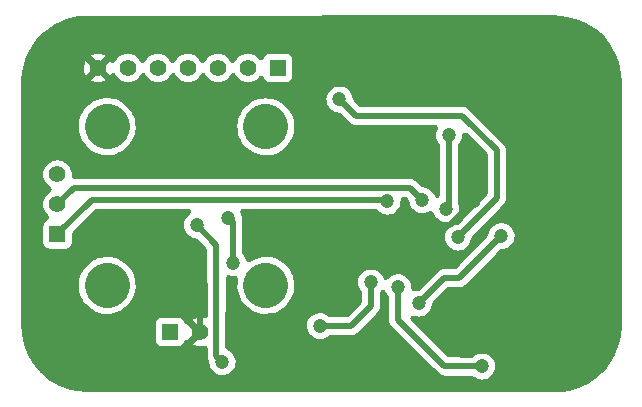
<source format=gbl>
G04 ( created by brdgerber.py ( brdgerber.py v0.1 2014-03-12 ) ) date 2020-11-08 23:19:47 EST*
G04 Gerber Fmt 3.4, Leading zero omitted, Abs format*
%MOIN*%
%FSLAX34Y34*%
G01*
G70*
G90*
G04 APERTURE LIST*
%ADD20C,0.1500*%
%ADD23C,0.0059*%
%ADD11C,0.0000*%
%ADD24C,0.0472*%
%ADD21R,0.0629X0.0709*%
%ADD19R,0.0472X0.0275*%
%ADD17C,0.0120*%
%ADD15R,0.0550X0.0550*%
%ADD14C,0.0050*%
%ADD13C,0.0020*%
%ADD12C,0.0060*%
%ADD25C,0.0100*%
%ADD16C,0.0550*%
%ADD22C,0.0200*%
%ADD10R,0.0260X0.0800*%
%ADD18R,0.0709X0.0629*%
G04 APERTURE END LIST*
G54D20*
D15*
X02750Y22550D03*
D16*
X01750Y22550D03*
D16*
X00750Y22550D03*
D16*
X-00250Y22550D03*
D16*
X-01250Y22550D03*
D16*
X-02250Y22550D03*
D16*
X-03250Y22550D03*
D20*
G01X-02945Y15305D02*
G01X-02945Y15305D01*
D20*
G01X02345Y15305D02*
G01X02345Y15305D01*
D20*
G01X02345Y20595D02*
G01X02345Y20595D01*
D20*
G01X-02945Y20595D02*
G01X-02945Y20595D01*
D15*
X-00850Y13750D03*
D16*
X00150Y13750D03*
D15*
X-04600Y17000D03*
D16*
X-04600Y18000D03*
D16*
X-04600Y19000D03*
D24*
X09300Y18100D03*
D22*
G01X09300Y18100D02*
G01X08500Y17300D01*
D22*
G01X08500Y17300D02*
G01X04400Y17300D01*
D22*
G01X04400Y17300D02*
G01X04300Y17400D01*
D24*
X04300Y17400D03*
D24*
X01250Y13750D03*
D22*
G01X01250Y13750D02*
G01X01450Y13950D01*
D22*
G01X01450Y13950D02*
G01X03150Y13950D01*
D22*
G01X03150Y13950D02*
G01X04300Y15100D01*
D22*
G01X04300Y15100D02*
G01X04300Y17400D01*
D24*
X06400Y18100D03*
D22*
G01X06400Y18100D02*
G01X06350Y18150D01*
D22*
G01X06350Y18150D02*
G01X-03450Y18150D01*
D22*
G01X-03450Y18150D02*
G01X-04600Y17000D01*
D24*
X07550Y18150D03*
D22*
G01X07550Y18150D02*
G01X07150Y18550D01*
D22*
G01X07150Y18550D02*
G01X-04050Y18550D01*
D22*
G01X-04050Y18550D02*
G01X-04600Y18000D01*
D24*
X04150Y13950D03*
D22*
G01X04150Y13950D02*
G01X05200Y13950D01*
D24*
X-01350Y17400D03*
D22*
G01X-01350Y17400D02*
G01X-01350Y15850D01*
D22*
G01X-01350Y15850D02*
G01X00150Y14350D01*
D22*
G01X00150Y14350D02*
G01X00150Y13750D01*
D24*
X07450Y14700D03*
D22*
G01X07450Y14700D02*
G01X08300Y15550D01*
D22*
G01X08300Y15550D02*
G01X08800Y15550D01*
D22*
G01X08800Y15550D02*
G01X10200Y16950D01*
D24*
X10200Y16950D03*
D24*
X08350Y17850D03*
D22*
G01X08350Y17850D02*
G01X08450Y17950D01*
D22*
G01X08450Y17950D02*
G01X08450Y20300D01*
D24*
X08450Y20300D03*
D24*
X08750Y16900D03*
D22*
G01X08750Y16900D02*
G01X10050Y18200D01*
D22*
G01X10050Y18200D02*
G01X10050Y19800D01*
D22*
G01X10050Y19800D02*
G01X08900Y20950D01*
D22*
G01X08900Y20950D02*
G01X05350Y20950D01*
D22*
G01X05350Y20950D02*
G01X04800Y21500D01*
D24*
X04800Y21500D03*
D24*
X07250Y22500D03*
D22*
G01X07250Y22500D02*
G01X07350Y22600D01*
D22*
G01X07350Y22600D02*
G01X09450Y22600D01*
D22*
G01X09450Y22600D02*
G01X10150Y21900D01*
D22*
G01X10150Y21900D02*
G01X10150Y21150D01*
D24*
X10150Y21150D03*
D24*
X06750Y15250D03*
D22*
G01X06750Y15250D02*
G01X06750Y14150D01*
D22*
G01X06750Y14150D02*
G01X08300Y12600D01*
D22*
G01X08300Y12600D02*
G01X09550Y12600D01*
D24*
X09550Y12600D03*
D24*
X05850Y15400D03*
D22*
G01X05850Y15400D02*
G01X05850Y14600D01*
D22*
G01X05850Y14600D02*
G01X05200Y13950D01*
D24*
X00900Y12750D03*
D22*
G01X00900Y12750D02*
G01X00700Y12950D01*
D22*
G01X00700Y12950D02*
G01X00700Y16650D01*
D22*
G01X00700Y16650D02*
G01X00050Y17300D01*
D24*
X00050Y17300D03*
D24*
X01250Y16050D03*
D22*
G01X01250Y16050D02*
G01X01250Y17400D01*
D22*
G01X01250Y17400D02*
G01X01100Y17550D01*
D24*
X01100Y17550D03*
G36*
G01X12246Y11814D02*
G01X10679Y16875D01*
G01X10659Y16792D01*
G01X10620Y16705D01*
G01X10577Y16643D01*
G01X10513Y16578D01*
G01X10454Y16535D01*
G01X10374Y16496D01*
G01X10291Y16473D01*
G01X10211Y16465D01*
G01X09051Y15305D01*
G01X08990Y15256D01*
G01X08901Y15217D01*
G01X08803Y15200D01*
G01X08462Y15202D01*
G01X08433Y15192D01*
G01X07938Y14691D01*
G01X07909Y14542D01*
G01X07870Y14455D01*
G01X07827Y14393D01*
G01X07763Y14328D01*
G01X07704Y14285D01*
G01X07624Y14246D01*
G01X07540Y14223D01*
G01X07436Y14214D01*
G01X07353Y14225D01*
G01X07276Y14248D01*
G01X07249Y14249D01*
G01X07226Y14236D01*
G01X07213Y14214D01*
G01X07213Y14187D01*
G01X07226Y14165D01*
G01X08444Y12954D01*
G01X09213Y12951D01*
G01X09269Y12997D01*
G01X09332Y13034D01*
G01X09425Y13069D01*
G01X09501Y13083D01*
G01X09607Y13082D01*
G01X09691Y13065D01*
G01X09772Y13033D01*
G01X09842Y12988D01*
G01X09907Y12929D01*
G01X09955Y12869D01*
G01X09997Y12791D01*
G01X10023Y12712D01*
G01X10035Y12625D01*
G01X10029Y12525D01*
G01X10009Y12443D01*
G01X09970Y12355D01*
G01X09927Y12293D01*
G01X09863Y12228D01*
G01X09804Y12185D01*
G01X09724Y12146D01*
G01X09640Y12123D01*
G01X09536Y12114D01*
G01X00886Y12264D01*
G01X00803Y12275D01*
G01X00709Y12303D01*
G01X00643Y12338D01*
G01X00571Y12392D01*
G01X-01123Y13225D01*
G01X-01200Y13237D01*
G01X-01274Y13275D01*
G01X-01325Y13326D01*
G01X-01363Y13400D01*
G01X-02949Y14305D01*
G01X-03086Y14316D01*
G01X-03185Y14335D01*
G01X-03292Y14368D01*
G01X-03389Y14409D01*
G01X-03479Y14461D01*
G01X-03582Y14535D01*
G01X-03682Y14629D01*
G01X-03754Y14718D01*
G01X-03817Y14816D01*
G01X-03866Y14916D01*
G01X-03900Y15012D01*
G01X-03926Y15118D01*
G01X-03941Y15227D01*
G01X-03940Y15391D01*
G01X-03926Y15502D01*
G01X-03900Y15601D01*
G01X-03863Y15700D01*
G01X-03806Y15813D01*
G01X-03735Y15918D01*
G01X-03645Y16018D01*
G01X-03547Y16103D01*
G01X-03452Y16167D01*
G01X-03352Y16218D01*
G01X-03252Y16257D01*
G01X-03151Y16284D01*
G01X-03050Y16300D01*
G01X-02855Y16302D01*
G01X-02647Y16260D01*
G01X-02552Y16225D01*
G01X-02451Y16175D01*
G01X-02355Y16113D01*
G01X-02268Y16041D01*
G01X-02150Y15912D01*
G01X-02083Y15814D01*
G01X-02037Y15724D01*
G01X-01996Y15620D01*
G01X-01967Y15517D01*
G01X-01951Y15418D01*
G01X-01948Y15230D01*
G01X-01987Y15017D01*
G01X-02023Y14917D01*
G01X-02070Y14820D01*
G01X-02133Y14721D01*
G01X-02212Y14626D01*
G01X-02319Y14526D01*
G01X-02432Y14447D01*
G01X-02532Y14395D01*
G01X-02637Y14354D01*
G01X-02738Y14327D01*
G01X-02841Y14311D01*
G01X-02949Y14305D01*
G01X-01363Y13400D01*
G01X-01375Y13475D01*
G01X-01375Y14025D01*
G01X-01363Y14100D01*
G01X-01325Y14174D01*
G01X-01274Y14225D01*
G01X-01200Y14263D01*
G01X-01123Y14275D01*
G01X-00577Y14275D01*
G01X-00500Y14263D01*
G01X-00426Y14225D01*
G01X-00375Y14174D01*
G01X-00319Y14074D01*
G01X-00297Y14065D01*
G01X-00273Y14068D01*
G01X-00256Y14085D01*
G01X00079Y13750D01*
G01X-00256Y13415D01*
G01X-00272Y13432D01*
G01X-00296Y13435D01*
G01X-00318Y13426D01*
G01X-00375Y13326D01*
G01X-00426Y13275D01*
G01X-00500Y13237D01*
G01X-00577Y13225D01*
G01X-01123Y13225D01*
G01X00571Y12392D01*
G01X00518Y12449D01*
G01X00474Y12517D01*
G01X00436Y12605D01*
G01X00411Y12754D01*
G01X00369Y12835D01*
G01X00354Y12900D01*
G01X00354Y13199D01*
G01X00341Y13233D01*
G01X00309Y13249D01*
G01X00243Y13234D01*
G01X00136Y13225D01*
G01X00048Y13236D01*
G01X-00040Y13261D01*
G01X-00131Y13307D01*
G01X-00184Y13346D01*
G01X00185Y13715D01*
G01X00150Y13750D01*
G01X00185Y13785D01*
G01X-00184Y14155D01*
G01X-00121Y14201D01*
G01X-00033Y14242D01*
G01X00057Y14266D01*
G01X00164Y14275D01*
G01X00290Y14254D01*
G01X00325Y14257D01*
G01X00350Y14284D01*
G01X00346Y16510D01*
G01X00046Y16809D01*
G01X-00047Y16825D01*
G01X-00141Y16853D01*
G01X-00207Y16888D01*
G01X-00279Y16942D01*
G01X-00330Y16997D01*
G01X-00376Y17067D01*
G01X-00413Y17152D01*
G01X-00431Y17233D01*
G01X-00435Y17339D01*
G01X-00421Y17420D01*
G01X-00391Y17506D01*
G01X-00351Y17573D01*
G01X-00296Y17640D01*
G01X-00192Y17727D01*
G01X-00185Y17752D01*
G01X-00192Y17777D01*
G01X-00210Y17795D01*
G01X-00235Y17802D01*
G01X-03312Y17795D01*
G01X-04070Y17033D01*
G01X-04075Y16725D01*
G01X-04087Y16650D01*
G01X-04125Y16576D01*
G01X-04176Y16525D01*
G01X-04250Y16487D01*
G01X-04327Y16475D01*
G01X-04873Y16475D01*
G01X-04950Y16487D01*
G01X-05024Y16525D01*
G01X-05075Y16576D01*
G01X-05113Y16650D01*
G01X-05125Y16725D01*
G01X-05125Y17275D01*
G01X-05112Y17351D01*
G01X-05075Y17424D01*
G01X-05024Y17475D01*
G01X-04930Y17528D01*
G01X-04919Y17566D01*
G01X-04940Y17600D01*
G01X-05030Y17699D01*
G01X-05079Y17785D01*
G01X-05104Y17853D01*
G01X-05122Y17948D01*
G01X-05121Y18062D01*
G01X-05100Y18161D01*
G01X-05075Y18223D01*
G01X-05024Y18309D01*
G01X-04935Y18404D01*
G01X-04859Y18456D01*
G01X-04832Y18490D01*
G01X-04832Y18512D01*
G01X-04859Y18546D01*
G01X-04948Y18606D01*
G01X-05030Y18699D01*
G01X-05077Y18781D01*
G01X-05104Y18853D01*
G01X-05122Y18950D01*
G01X-05121Y19062D01*
G01X-05100Y19161D01*
G01X-05075Y19223D01*
G01X-05024Y19309D01*
G01X-04935Y19404D01*
G01X-04871Y19451D01*
G01X-04783Y19492D01*
G01X-03938Y20714D01*
G01X-03921Y20812D01*
G01X-03890Y20920D01*
G01X-03852Y21015D01*
G01X-03803Y21108D01*
G01X-03727Y22331D01*
G01X-03754Y22403D01*
G01X-03772Y22499D01*
G01X-03771Y22612D01*
G01X-03750Y22711D01*
G01X-03725Y22773D01*
G01X-03674Y22859D01*
G01X-03653Y22882D01*
G01X-03250Y22621D01*
G01X-02847Y22882D01*
G01X-02820Y22851D01*
G01X-02793Y22804D01*
G01X-02761Y22780D01*
G01X-02721Y22788D01*
G01X-02674Y22859D01*
G01X-02585Y22954D01*
G01X-02521Y23001D01*
G01X-02433Y23042D01*
G01X-02343Y23066D01*
G01X-02236Y23075D01*
G01X-02148Y23064D01*
G01X-02060Y23039D01*
G01X-01969Y22993D01*
G01X-01902Y22944D01*
G01X-01820Y22851D01*
G01X-01793Y22804D01*
G01X-01761Y22780D01*
G01X-01721Y22788D01*
G01X-01674Y22859D01*
G01X-01585Y22954D01*
G01X-01521Y23001D01*
G01X-01433Y23042D01*
G01X-01343Y23066D01*
G01X-01236Y23075D01*
G01X-01148Y23064D01*
G01X-01060Y23039D01*
G01X-00969Y22993D01*
G01X-00902Y22944D01*
G01X-00820Y22851D01*
G01X-00793Y22804D01*
G01X-00761Y22780D01*
G01X-00721Y22788D01*
G01X-00674Y22859D01*
G01X-00585Y22954D01*
G01X-00521Y23001D01*
G01X-00433Y23042D01*
G01X-00343Y23066D01*
G01X-00236Y23075D01*
G01X-00148Y23064D01*
G01X-00060Y23039D01*
G01X00031Y22993D01*
G01X00098Y22944D01*
G01X00180Y22851D01*
G01X00207Y22804D01*
G01X00239Y22780D01*
G01X00279Y22788D01*
G01X00326Y22859D01*
G01X00415Y22954D01*
G01X00479Y23001D01*
G01X00567Y23042D01*
G01X00657Y23066D01*
G01X00764Y23075D01*
G01X00852Y23064D01*
G01X00940Y23039D01*
G01X01031Y22993D01*
G01X01098Y22944D01*
G01X01180Y22851D01*
G01X01207Y22804D01*
G01X01239Y22780D01*
G01X01279Y22788D01*
G01X01326Y22859D01*
G01X01415Y22954D01*
G01X01479Y23001D01*
G01X01567Y23042D01*
G01X01657Y23066D01*
G01X01764Y23075D01*
G01X01852Y23064D01*
G01X01940Y23039D01*
G01X02031Y22993D01*
G01X02098Y22944D01*
G01X02172Y22868D01*
G01X02196Y22865D01*
G01X02218Y22874D01*
G01X02275Y22974D01*
G01X02326Y23025D01*
G01X02400Y23063D01*
G01X02477Y23075D01*
G01X03023Y23075D01*
G01X03100Y23063D01*
G01X03174Y23025D01*
G01X03225Y22974D01*
G01X03263Y22900D01*
G01X03275Y22825D01*
G01X03275Y22275D01*
G01X03263Y22200D01*
G01X03225Y22126D01*
G01X03174Y22075D01*
G01X03143Y21197D01*
G01X03209Y21096D01*
G01X03260Y20996D01*
G01X03298Y20896D01*
G01X03325Y20793D01*
G01X03340Y20693D01*
G01X03342Y20523D01*
G01X03328Y20417D01*
G01X03302Y20307D01*
G01X03268Y20212D01*
G01X03214Y20100D01*
G01X03143Y19992D01*
G01X03050Y19887D01*
G01X02950Y19799D01*
G01X02864Y19741D01*
G01X02761Y19686D01*
G01X02656Y19645D01*
G01X02555Y19616D01*
G01X02453Y19600D01*
G01X02304Y19595D01*
G01X02190Y19607D01*
G01X02090Y19628D01*
G01X01986Y19661D01*
G01X01886Y19706D01*
G01X01787Y19764D01*
G01X01698Y19832D01*
G01X01579Y19951D01*
G01X01512Y20041D01*
G01X01454Y20140D01*
G01X01409Y20242D01*
G01X01377Y20344D01*
G01X01356Y20445D01*
G01X01345Y20630D01*
G01X01356Y20742D01*
G01X01376Y20842D01*
G01X01408Y20944D01*
G01X01453Y21047D01*
G01X01510Y21146D01*
G01X01573Y21231D01*
G01X01688Y21349D01*
G01X01766Y21410D01*
G01X01896Y21488D01*
G01X01990Y21529D01*
G01X02097Y21563D01*
G01X02198Y21583D01*
G01X02333Y21594D01*
G01X02473Y21586D01*
G01X02574Y21568D01*
G01X02680Y21537D01*
G01X02774Y21498D01*
G01X02867Y21447D01*
G01X02968Y21376D01*
G01X03069Y21284D01*
G01X03143Y21197D01*
G01X03174Y22075D01*
G01X03100Y22037D01*
G01X03023Y22025D01*
G01X02477Y22025D01*
G01X02400Y22037D01*
G01X02326Y22075D01*
G01X02275Y22126D01*
G01X02219Y22226D01*
G01X02197Y22235D01*
G01X02173Y22232D01*
G01X02086Y22147D01*
G01X02021Y22099D01*
G01X01933Y22058D01*
G01X01843Y22034D01*
G01X01736Y22025D01*
G01X01648Y22036D01*
G01X01560Y22061D01*
G01X01469Y22107D01*
G01X01402Y22156D01*
G01X01320Y22249D01*
G01X01293Y22296D01*
G01X01261Y22320D01*
G01X01221Y22312D01*
G01X01174Y22241D01*
G01X01086Y22147D01*
G01X01021Y22099D01*
G01X00933Y22058D01*
G01X00843Y22034D01*
G01X00736Y22025D01*
G01X00648Y22036D01*
G01X00560Y22061D01*
G01X00469Y22107D01*
G01X00402Y22156D01*
G01X00320Y22249D01*
G01X00293Y22296D01*
G01X00261Y22320D01*
G01X00221Y22312D01*
G01X00174Y22241D01*
G01X00086Y22147D01*
G01X00021Y22099D01*
G01X-00067Y22058D01*
G01X-00157Y22034D01*
G01X-00264Y22025D01*
G01X-00352Y22036D01*
G01X-00440Y22061D01*
G01X-00531Y22107D01*
G01X-00598Y22156D01*
G01X-00680Y22249D01*
G01X-00707Y22296D01*
G01X-00739Y22320D01*
G01X-00779Y22312D01*
G01X-00826Y22241D01*
G01X-00914Y22147D01*
G01X-00979Y22099D01*
G01X-01067Y22058D01*
G01X-01157Y22034D01*
G01X-01264Y22025D01*
G01X-01352Y22036D01*
G01X-01440Y22061D01*
G01X-01531Y22107D01*
G01X-01598Y22156D01*
G01X-01680Y22249D01*
G01X-01707Y22296D01*
G01X-01739Y22320D01*
G01X-01779Y22312D01*
G01X-01826Y22241D01*
G01X-01914Y22147D01*
G01X-01979Y22099D01*
G01X-02067Y22058D01*
G01X-02157Y22034D01*
G01X-02264Y22025D01*
G01X-02352Y22036D01*
G01X-02440Y22061D01*
G01X-02531Y22107D01*
G01X-02598Y22156D01*
G01X-02916Y22145D01*
G01X-02979Y22099D01*
G01X-03067Y22058D01*
G01X-03157Y22034D01*
G01X-03264Y22025D01*
G01X-03352Y22036D01*
G01X-03440Y22061D01*
G01X-03531Y22107D01*
G01X-03584Y22146D01*
G01X-03250Y22479D01*
G01X-02916Y22145D01*
G01X-02598Y22156D01*
G01X-02680Y22249D01*
G01X-02707Y22296D01*
G01X-02739Y22320D01*
G01X-02779Y22312D01*
G01X-02826Y22241D01*
G01X-02847Y22218D01*
G01X-03179Y22550D01*
G01X-02847Y22882D01*
G01X-03250Y22621D01*
G01X-03584Y22955D01*
G01X-03521Y23001D01*
G01X-03433Y23042D01*
G01X-03343Y23066D01*
G01X-03236Y23075D01*
G01X-03148Y23064D01*
G01X-03060Y23039D01*
G01X-02969Y22993D01*
G01X-02916Y22954D01*
G01X-03250Y22621D01*
G01X-03653Y22882D01*
G01X-03321Y22550D01*
G01X-03653Y22218D01*
G01X-03680Y22249D01*
G01X-03727Y22331D01*
G01X-03803Y21108D01*
G01X-03722Y21223D01*
G01X-03653Y21301D01*
G01X-03563Y21381D01*
G01X-03452Y21456D01*
G01X-03352Y21507D01*
G01X-03252Y21546D01*
G01X-03151Y21573D01*
G01X-03050Y21589D01*
G01X-02878Y21592D01*
G01X-02769Y21578D01*
G01X-02663Y21554D01*
G01X-02565Y21520D01*
G01X-02471Y21475D01*
G01X-02375Y21416D01*
G01X-02290Y21351D01*
G01X-02191Y21251D01*
G01X-02114Y21151D01*
G01X-02056Y21053D01*
G01X-02005Y20937D01*
G01X-01974Y20835D01*
G01X-01955Y20738D01*
G01X-01946Y20549D01*
G01X-01957Y20439D01*
G01X-01979Y20332D01*
G01X-02054Y20139D01*
G01X-02119Y20031D01*
G01X-02207Y19920D01*
G01X-02305Y19826D01*
G01X-02415Y19747D01*
G01X-02522Y19688D01*
G01X-02616Y19650D01*
G01X-02723Y19619D01*
G01X-02822Y19602D01*
G01X-02985Y19595D01*
G01X-03099Y19607D01*
G01X-03199Y19628D01*
G01X-03301Y19660D01*
G01X-03415Y19711D01*
G01X-03523Y19779D01*
G01X-03621Y19859D01*
G01X-03714Y19956D01*
G01X-03829Y20128D01*
G01X-03876Y20230D01*
G01X-03908Y20327D01*
G01X-03932Y20436D01*
G01X-03943Y20552D01*
G01X-03938Y20714D01*
G01X-04783Y19492D01*
G01X-04693Y19516D01*
G01X-04586Y19525D01*
G01X-04498Y19514D01*
G01X-04410Y19489D01*
G01X-04319Y19443D01*
G01X-04252Y19394D01*
G01X-04170Y19301D01*
G01X-04123Y19219D01*
G01X-04096Y19147D01*
G01X-04078Y19052D01*
G01X-04077Y18934D01*
G01X-04059Y18909D01*
G01X-04029Y18899D01*
G01X07192Y18896D01*
G01X07288Y18870D01*
G01X07347Y18837D01*
G01X07565Y18634D01*
G01X07691Y18615D01*
G01X07772Y18583D01*
G01X07842Y18538D01*
G01X07907Y18479D01*
G01X07955Y18419D01*
G01X08022Y18291D01*
G01X08047Y18280D01*
G01X08075Y18285D01*
G01X08095Y18303D01*
G01X08103Y18330D01*
G01X08099Y19959D01*
G01X08024Y20067D01*
G01X07987Y20152D01*
G01X07969Y20233D01*
G01X07965Y20339D01*
G01X07978Y20417D01*
G01X08023Y20529D01*
G01X08028Y20569D01*
G01X08000Y20600D01*
G01X05335Y20600D01*
G01X05270Y20610D01*
G01X05201Y20634D01*
G01X05139Y20672D01*
G01X04796Y21010D01*
G01X04703Y21025D01*
G01X04609Y21053D01*
G01X04543Y21088D01*
G01X04471Y21142D01*
G01X04420Y21197D01*
G01X04373Y21268D01*
G01X04337Y21352D01*
G01X04319Y21433D01*
G01X04315Y21539D01*
G01X04329Y21619D01*
G01X04359Y21706D01*
G01X04399Y21773D01*
G01X04454Y21840D01*
G01X04519Y21897D01*
G01X04582Y21934D01*
G01X04675Y21969D01*
G01X04751Y21983D01*
G01X04857Y21982D01*
G01X04941Y21965D01*
G01X05022Y21933D01*
G01X05092Y21888D01*
G01X05157Y21829D01*
G01X05205Y21769D01*
G01X05247Y21691D01*
G01X05273Y21612D01*
G01X05295Y21498D01*
G01X05493Y21304D01*
G01X08951Y21296D01*
G01X09052Y21265D01*
G01X09112Y21228D01*
G01X10298Y20048D01*
G01X10365Y19951D01*
G01X10391Y19879D01*
G01X10400Y19808D01*
G01X10394Y18262D01*
G01X10400Y18185D01*
G01X10369Y18059D01*
G01X10334Y17997D01*
G01X09235Y16884D01*
G01X09209Y16742D01*
G01X09170Y16655D01*
G01X09127Y16593D01*
G01X09063Y16528D01*
G01X09004Y16485D01*
G01X08924Y16446D01*
G01X08840Y16423D01*
G01X08736Y16414D01*
G01X08653Y16425D01*
G01X08559Y16453D01*
G01X08491Y16489D01*
G01X08421Y16542D01*
G01X08370Y16597D01*
G01X08324Y16667D01*
G01X08287Y16752D01*
G01X08269Y16833D01*
G01X08265Y16939D01*
G01X08279Y17018D01*
G01X08310Y17107D01*
G01X08349Y17173D01*
G01X08467Y17304D01*
G01X08469Y17328D01*
G01X08460Y17351D01*
G01X08440Y17367D01*
G01X08336Y17364D01*
G01X08253Y17375D01*
G01X08159Y17403D01*
G01X08093Y17438D01*
G01X08021Y17492D01*
G01X07970Y17547D01*
G01X07924Y17617D01*
G01X07865Y17740D01*
G01X07826Y17747D01*
G01X07724Y17696D01*
G01X07640Y17673D01*
G01X07536Y17664D01*
G01X07453Y17675D01*
G01X07359Y17703D01*
G01X07293Y17738D01*
G01X07221Y17792D01*
G01X07170Y17847D01*
G01X07124Y17917D01*
G01X07087Y18002D01*
G01X07061Y18143D01*
G01X06995Y18204D01*
G01X06914Y18203D01*
G01X06888Y18182D01*
G01X06879Y18025D01*
G01X06859Y17943D01*
G01X06821Y17857D01*
G01X06777Y17793D01*
G01X06713Y17728D01*
G01X06654Y17685D01*
G01X06574Y17646D01*
G01X06490Y17623D01*
G01X06386Y17614D01*
G01X06303Y17625D01*
G01X06209Y17653D01*
G01X06141Y17689D01*
G01X06074Y17740D01*
G01X06015Y17800D01*
G01X01595Y17803D01*
G01X01561Y17789D01*
G01X01545Y17756D01*
G01X01573Y17662D01*
G01X01585Y17572D01*
G01X01583Y17505D01*
G01X01600Y17408D01*
G01X01596Y16403D01*
G01X01655Y16319D01*
G01X01697Y16241D01*
G01X01731Y16150D01*
G01X01763Y16132D01*
G01X01798Y16141D01*
G01X01922Y16212D01*
G01X02016Y16250D01*
G01X02123Y16281D01*
G01X02222Y16298D01*
G01X02411Y16303D01*
G01X02521Y16289D01*
G01X02626Y16265D01*
G01X02721Y16232D01*
G01X02835Y16177D01*
G01X02947Y16104D01*
G01X03034Y16030D01*
G01X03128Y15926D01*
G01X03189Y15840D01*
G01X03240Y15751D01*
G01X03284Y15648D01*
G01X03315Y15546D01*
G01X03334Y15447D01*
G01X03345Y15307D01*
G01X03335Y15172D01*
G01X03317Y15072D01*
G01X03246Y14871D01*
G01X03179Y14754D01*
G01X03112Y14664D01*
G01X03023Y14571D01*
G01X02937Y14500D01*
G01X02825Y14428D01*
G01X02732Y14384D01*
G01X02632Y14348D01*
G01X02525Y14323D01*
G01X02338Y14305D01*
G01X02203Y14316D01*
G01X02104Y14335D01*
G01X01997Y14368D01*
G01X01899Y14410D01*
G01X01810Y14461D01*
G01X01722Y14524D01*
G01X01620Y14616D01*
G01X01545Y14704D01*
G01X01472Y14816D01*
G01X01418Y14929D01*
G01X01385Y15024D01*
G01X01360Y15133D01*
G01X01347Y15240D01*
G01X01352Y15429D01*
G01X01367Y15512D01*
G01X01360Y15547D01*
G01X01332Y15569D01*
G01X01236Y15564D01*
G01X01153Y15574D01*
G01X01113Y15587D01*
G01X01076Y15584D01*
G01X01051Y15557D01*
G01X01045Y13247D01*
G01X01051Y13224D01*
G01X01066Y13206D01*
G01X01123Y13182D01*
G01X01192Y13138D01*
G01X01257Y13079D01*
G01X01305Y13019D01*
G01X01347Y12941D01*
G01X01373Y12862D01*
G01X01385Y12775D01*
G01X01379Y12675D01*
G01X01359Y12592D01*
G01X01320Y12505D01*
G01X01277Y12443D01*
G01X01214Y12379D01*
G01X01154Y12335D01*
G01X01074Y12296D01*
G01X00990Y12273D01*
G01X00886Y12264D01*
G01X09536Y12114D01*
G01X09453Y12125D01*
G01X09359Y12153D01*
G01X09293Y12188D01*
G01X09212Y12249D01*
G01X08285Y12250D01*
G01X08220Y12260D01*
G01X08151Y12284D01*
G01X08090Y12321D01*
G01X06466Y13945D01*
G01X06438Y13996D01*
G01X06406Y14092D01*
G01X06397Y14916D01*
G01X06324Y15017D01*
G01X06301Y15070D01*
G01X06274Y15096D01*
G01X06236Y15096D01*
G01X06199Y15058D01*
G01X06195Y14554D01*
G01X06166Y14450D01*
G01X06129Y14389D01*
G01X05451Y13705D01*
G01X05390Y13656D01*
G01X05301Y13617D01*
G01X05203Y13600D01*
G01X04492Y13600D01*
G01X04404Y13535D01*
G01X04324Y13496D01*
G01X04240Y13473D01*
G01X04136Y13464D01*
G01X04053Y13475D01*
G01X03959Y13503D01*
G01X03893Y13538D01*
G01X03821Y13592D01*
G01X03770Y13647D01*
G01X03724Y13717D01*
G01X03687Y13802D01*
G01X03669Y13883D01*
G01X03665Y13989D01*
G01X03679Y14068D01*
G01X03709Y14156D01*
G01X03749Y14223D01*
G01X03804Y14290D01*
G01X03869Y14347D01*
G01X03932Y14384D01*
G01X04025Y14419D01*
G01X04101Y14433D01*
G01X04207Y14432D01*
G01X04291Y14415D01*
G01X04372Y14383D01*
G01X04478Y14306D01*
G01X04506Y14298D01*
G01X05058Y14302D01*
G01X05488Y14733D01*
G01X05502Y14760D01*
G01X05500Y15058D01*
G01X05422Y15170D01*
G01X05387Y15252D01*
G01X05369Y15333D01*
G01X05365Y15439D01*
G01X05378Y15517D01*
G01X05409Y15606D01*
G01X05449Y15673D01*
G01X05504Y15740D01*
G01X05569Y15797D01*
G01X05632Y15834D01*
G01X05725Y15869D01*
G01X05801Y15883D01*
G01X05907Y15882D01*
G01X05991Y15865D01*
G01X06072Y15833D01*
G01X06142Y15788D01*
G01X06207Y15729D01*
G01X06255Y15669D01*
G01X06309Y15565D01*
G01X06347Y15549D01*
G01X06385Y15568D01*
G01X06469Y15647D01*
G01X06532Y15684D01*
G01X06625Y15719D01*
G01X06701Y15733D01*
G01X06807Y15732D01*
G01X06891Y15715D01*
G01X06972Y15683D01*
G01X07042Y15638D01*
G01X07107Y15579D01*
G01X07155Y15519D01*
G01X07197Y15441D01*
G01X07223Y15362D01*
G01X07235Y15275D01*
G01X07234Y15189D01*
G01X07260Y15160D01*
G01X07299Y15159D01*
G01X07437Y15185D01*
G01X08075Y15817D01*
G01X08158Y15869D01*
G01X08258Y15896D01*
G01X08659Y15902D01*
G01X09713Y16965D01*
G01X09729Y17069D01*
G01X09760Y17157D01*
G01X09799Y17223D01*
G01X09854Y17290D01*
G01X09919Y17347D01*
G01X09982Y17384D01*
G01X10075Y17419D01*
G01X10151Y17433D01*
G01X10257Y17432D01*
G01X10341Y17415D01*
G01X10422Y17383D01*
G01X10491Y17339D01*
G01X10557Y17279D01*
G01X10605Y17219D01*
G01X10647Y17141D01*
G01X10673Y17062D01*
G01X10685Y16975D01*
G01X10679Y16875D01*
G01X12246Y11814D01*
G01X12458Y11850D01*
G01X12682Y11911D01*
G01X12822Y11963D01*
G01X13073Y12086D01*
G01X13314Y12249D01*
G01X13516Y12425D01*
G01X13653Y12575D01*
G01X13771Y12731D01*
G01X13848Y12850D01*
G01X13926Y12994D01*
G01X14011Y13190D01*
G01X14066Y13357D01*
G01X14124Y13618D01*
G01X14154Y13991D01*
G01X14151Y22102D01*
G01X14138Y22331D01*
G01X14103Y22544D01*
G01X14050Y22749D01*
G01X13967Y22969D01*
G01X13841Y23211D01*
G01X13763Y23330D01*
G01X13584Y23554D01*
G01X13483Y23657D01*
G01X13333Y23787D01*
G01X13173Y23901D01*
G01X12942Y24033D01*
G01X12664Y24145D01*
G01X12370Y24219D01*
G01X12170Y24243D01*
G01X11935Y24256D01*
G01X-03588Y24250D01*
G01X-03866Y24233D01*
G01X-04075Y24197D01*
G01X-04287Y24137D01*
G01X-04422Y24086D01*
G01X-04673Y23963D01*
G01X-04816Y23874D01*
G01X-05025Y23712D01*
G01X-05132Y23608D01*
G01X-05264Y23462D01*
G01X-05397Y23280D01*
G01X-05538Y23032D01*
G01X-05624Y22826D01*
G01X-05672Y22676D01*
G01X-05727Y22414D01*
G01X-05752Y22130D01*
G01X-05755Y13998D01*
G01X-05736Y13704D01*
G01X-05697Y13475D01*
G01X-05633Y13250D01*
G01X-05522Y12987D01*
G01X-05394Y12765D01*
G01X-05309Y12645D01*
G01X-05127Y12436D01*
G01X-05005Y12322D01*
G01X-04819Y12179D01*
G01X-04700Y12103D01*
G01X-04542Y12017D01*
G01X-04349Y11935D01*
G01X-04159Y11874D01*
G01X-03914Y11823D01*
G01X-03632Y11798D01*
G01X11957Y11796D01*
G01X12246Y11814D01*
G01X12246Y11814D01*
G37*
G36*
G01X08721Y17383D02*
G01X08756Y17398D01*
G01X09702Y18354D01*
G01X09699Y19654D01*
G01X09019Y20337D01*
G01X08977Y20352D01*
G01X08941Y20327D01*
G01X08929Y20225D01*
G01X08909Y20142D01*
G01X08870Y20055D01*
G01X08804Y19967D01*
G01X08795Y18048D01*
G01X08823Y17962D01*
G01X08835Y17875D01*
G01X08829Y17775D01*
G01X08809Y17693D01*
G01X08770Y17605D01*
G01X08727Y17543D01*
G01X08635Y17450D01*
G01X08631Y17423D01*
G01X08642Y17399D01*
G01X08663Y17383D01*
G01X08690Y17381D01*
G01X08721Y17383D01*
G01X08721Y17383D01*
G37*
D25*
G01X-02916Y22954D02*
G01X-02916Y22954D01*
G01X-02969Y22993D01*
G01X-03060Y23039D01*
G01X-03148Y23064D01*
G01X-03236Y23075D01*
G01X-03343Y23066D01*
G01X-03433Y23042D01*
G01X-03521Y23001D01*
G01X-03584Y22955D01*
G01X-03250Y22621D01*
G01X-02916Y22954D01*
D25*
G01X-03321Y22550D02*
G01X-03321Y22550D01*
G01X-03653Y22882D01*
G01X-03674Y22859D01*
G01X-03725Y22773D01*
G01X-03750Y22711D01*
G01X-03771Y22612D01*
G01X-03772Y22499D01*
G01X-03754Y22403D01*
G01X-03727Y22331D01*
G01X-03680Y22249D01*
G01X-03653Y22218D01*
G01X-03653Y22218D01*
G01X-03321Y22550D01*
D25*
G01X-03157Y22034D02*
G01X-03157Y22034D01*
G01X-03067Y22058D01*
G01X-02979Y22099D01*
G01X-02916Y22145D01*
G01X-03250Y22479D01*
G01X-03584Y22146D01*
G01X-03531Y22107D01*
G01X-03440Y22061D01*
G01X-03352Y22036D01*
G01X-03264Y22025D01*
G01X-03264Y22025D01*
G01X-03157Y22034D01*
D25*
G01X-02157Y22034D02*
G01X-02157Y22034D01*
G01X-02067Y22058D01*
G01X-01979Y22099D01*
G01X-01914Y22147D01*
G01X-01826Y22241D01*
G01X-01779Y22312D01*
G01X-01739Y22320D01*
G01X-01707Y22296D01*
G01X-01680Y22249D01*
G01X-01598Y22156D01*
G01X-01531Y22107D01*
G01X-01440Y22061D01*
G01X-01352Y22036D01*
G01X-01264Y22025D01*
G01X-01157Y22034D01*
G01X-01067Y22058D01*
G01X-00979Y22099D01*
G01X-00914Y22147D01*
G01X-00826Y22241D01*
G01X-00779Y22312D01*
G01X-00739Y22320D01*
G01X-00707Y22296D01*
G01X-00680Y22249D01*
G01X-00598Y22156D01*
G01X-00531Y22107D01*
G01X-00440Y22061D01*
G01X-00352Y22036D01*
G01X-00264Y22025D01*
G01X-00157Y22034D01*
G01X-00067Y22058D01*
G01X00021Y22099D01*
G01X00086Y22147D01*
G01X00174Y22241D01*
G01X00221Y22312D01*
G01X00261Y22320D01*
G01X00293Y22296D01*
G01X00320Y22249D01*
G01X00402Y22156D01*
G01X00469Y22107D01*
G01X00560Y22061D01*
G01X00648Y22036D01*
G01X00736Y22025D01*
G01X00843Y22034D01*
G01X00933Y22058D01*
G01X01021Y22099D01*
G01X01086Y22147D01*
G01X01174Y22241D01*
G01X01221Y22312D01*
G01X01261Y22320D01*
G01X01293Y22296D01*
G01X01320Y22249D01*
G01X01402Y22156D01*
G01X01469Y22107D01*
G01X01560Y22061D01*
G01X01648Y22036D01*
G01X01736Y22025D01*
G01X01843Y22034D01*
G01X01933Y22058D01*
G01X02021Y22099D01*
G01X02086Y22147D01*
G01X02173Y22232D01*
G01X02197Y22235D01*
G01X02219Y22226D01*
G01X02275Y22126D01*
G01X02326Y22075D01*
G01X02400Y22037D01*
G01X02477Y22025D01*
G01X03023Y22025D01*
G01X03100Y22037D01*
G01X03174Y22075D01*
G01X03225Y22126D01*
G01X03263Y22200D01*
G01X03275Y22275D01*
G01X03275Y22825D01*
G01X03263Y22900D01*
G01X03225Y22974D01*
G01X03174Y23025D01*
G01X03100Y23063D01*
G01X03023Y23075D01*
G01X02477Y23075D01*
G01X02400Y23063D01*
G01X02326Y23025D01*
G01X02275Y22974D01*
G01X02218Y22874D01*
G01X02196Y22865D01*
G01X02172Y22868D01*
G01X02098Y22944D01*
G01X02031Y22993D01*
G01X01940Y23039D01*
G01X01852Y23064D01*
G01X01764Y23075D01*
G01X01657Y23066D01*
G01X01567Y23042D01*
G01X01479Y23001D01*
G01X01415Y22954D01*
G01X01326Y22859D01*
G01X01279Y22788D01*
G01X01239Y22780D01*
G01X01207Y22804D01*
G01X01180Y22851D01*
G01X01098Y22944D01*
G01X01031Y22993D01*
G01X00940Y23039D01*
G01X00852Y23064D01*
G01X00764Y23075D01*
G01X00657Y23066D01*
G01X00567Y23042D01*
G01X00479Y23001D01*
G01X00415Y22954D01*
G01X00326Y22859D01*
G01X00279Y22788D01*
G01X00239Y22780D01*
G01X00207Y22804D01*
G01X00180Y22851D01*
G01X00098Y22944D01*
G01X00031Y22993D01*
G01X-00060Y23039D01*
G01X-00148Y23064D01*
G01X-00236Y23075D01*
G01X-00343Y23066D01*
G01X-00433Y23042D01*
G01X-00521Y23001D01*
G01X-00585Y22954D01*
G01X-00674Y22859D01*
G01X-00721Y22788D01*
G01X-00761Y22780D01*
G01X-00793Y22804D01*
G01X-00820Y22851D01*
G01X-00902Y22944D01*
G01X-00969Y22993D01*
G01X-01060Y23039D01*
G01X-01148Y23064D01*
G01X-01236Y23075D01*
G01X-01343Y23066D01*
G01X-01433Y23042D01*
G01X-01521Y23001D01*
G01X-01585Y22954D01*
G01X-01674Y22859D01*
G01X-01721Y22788D01*
G01X-01761Y22780D01*
G01X-01793Y22804D01*
G01X-01820Y22851D01*
G01X-01902Y22944D01*
G01X-01969Y22993D01*
G01X-02060Y23039D01*
G01X-02148Y23064D01*
G01X-02236Y23075D01*
G01X-02343Y23066D01*
G01X-02433Y23042D01*
G01X-02521Y23001D01*
G01X-02585Y22954D01*
G01X-02674Y22859D01*
G01X-02721Y22788D01*
G01X-02761Y22780D01*
G01X-02793Y22804D01*
G01X-02820Y22851D01*
G01X-02847Y22882D01*
G01X-03179Y22550D01*
G01X-02847Y22218D01*
G01X-02826Y22241D01*
G01X-02779Y22312D01*
G01X-02739Y22320D01*
G01X-02707Y22296D01*
G01X-02680Y22249D01*
G01X-02598Y22156D01*
G01X-02531Y22107D01*
G01X-02440Y22061D01*
G01X-02352Y22036D01*
G01X-02264Y22025D01*
G01X-02264Y22025D01*
G01X-02157Y22034D01*
D25*
G01X02453Y19600D02*
G01X02453Y19600D01*
G01X02555Y19616D01*
G01X02656Y19645D01*
G01X02761Y19686D01*
G01X02864Y19741D01*
G01X02950Y19799D01*
G01X03050Y19887D01*
G01X03143Y19992D01*
G01X03214Y20100D01*
G01X03268Y20212D01*
G01X03302Y20307D01*
G01X03328Y20417D01*
G01X03342Y20523D01*
G01X03340Y20693D01*
G01X03325Y20793D01*
G01X03298Y20896D01*
G01X03260Y20996D01*
G01X03209Y21096D01*
G01X03143Y21197D01*
G01X03069Y21284D01*
G01X02968Y21376D01*
G01X02867Y21447D01*
G01X02774Y21498D01*
G01X02680Y21537D01*
G01X02574Y21568D01*
G01X02473Y21586D01*
G01X02333Y21594D01*
G01X02198Y21583D01*
G01X02097Y21563D01*
G01X01990Y21529D01*
G01X01896Y21488D01*
G01X01766Y21410D01*
G01X01688Y21349D01*
G01X01573Y21231D01*
G01X01510Y21146D01*
G01X01453Y21047D01*
G01X01408Y20944D01*
G01X01376Y20842D01*
G01X01356Y20742D01*
G01X01345Y20630D01*
G01X01356Y20445D01*
G01X01377Y20344D01*
G01X01409Y20242D01*
G01X01454Y20140D01*
G01X01512Y20041D01*
G01X01579Y19951D01*
G01X01698Y19832D01*
G01X01787Y19764D01*
G01X01886Y19706D01*
G01X01986Y19661D01*
G01X02090Y19628D01*
G01X02190Y19607D01*
G01X02304Y19595D01*
G01X02304Y19595D01*
G01X02453Y19600D01*
D25*
G01X-02822Y19602D02*
G01X-02822Y19602D01*
G01X-02723Y19619D01*
G01X-02616Y19650D01*
G01X-02522Y19688D01*
G01X-02415Y19747D01*
G01X-02305Y19826D01*
G01X-02207Y19920D01*
G01X-02119Y20031D01*
G01X-02054Y20139D01*
G01X-01979Y20332D01*
G01X-01957Y20439D01*
G01X-01946Y20549D01*
G01X-01955Y20738D01*
G01X-01974Y20835D01*
G01X-02005Y20937D01*
G01X-02056Y21053D01*
G01X-02114Y21151D01*
G01X-02191Y21251D01*
G01X-02290Y21351D01*
G01X-02375Y21416D01*
G01X-02471Y21475D01*
G01X-02565Y21520D01*
G01X-02663Y21554D01*
G01X-02769Y21578D01*
G01X-02878Y21592D01*
G01X-03050Y21589D01*
G01X-03151Y21573D01*
G01X-03252Y21546D01*
G01X-03352Y21507D01*
G01X-03452Y21456D01*
G01X-03563Y21381D01*
G01X-03653Y21301D01*
G01X-03722Y21223D01*
G01X-03803Y21108D01*
G01X-03852Y21015D01*
G01X-03890Y20920D01*
G01X-03921Y20812D01*
G01X-03938Y20714D01*
G01X-03943Y20552D01*
G01X-03932Y20436D01*
G01X-03908Y20327D01*
G01X-03876Y20230D01*
G01X-03829Y20128D01*
G01X-03714Y19956D01*
G01X-03621Y19859D01*
G01X-03523Y19779D01*
G01X-03415Y19711D01*
G01X-03301Y19660D01*
G01X-03199Y19628D01*
G01X-03099Y19607D01*
G01X-02985Y19595D01*
G01X-02985Y19595D01*
G01X-02822Y19602D01*
D25*
G01X08663Y17383D02*
G01X08663Y17383D01*
G01X08642Y17399D01*
G01X08631Y17423D01*
G01X08635Y17450D01*
G01X08727Y17543D01*
G01X08770Y17605D01*
G01X08809Y17693D01*
G01X08829Y17775D01*
G01X08835Y17875D01*
G01X08823Y17962D01*
G01X08795Y18048D01*
G01X08804Y19967D01*
G01X08870Y20055D01*
G01X08909Y20142D01*
G01X08929Y20225D01*
G01X08941Y20327D01*
G01X08977Y20352D01*
G01X09019Y20337D01*
G01X09699Y19654D01*
G01X09702Y18354D01*
G01X08756Y17398D01*
G01X08721Y17383D01*
G01X08690Y17381D01*
G01X08690Y17381D01*
G01X08663Y17383D01*
D25*
G01X-02841Y14311D02*
G01X-02841Y14311D01*
G01X-02738Y14327D01*
G01X-02637Y14354D01*
G01X-02532Y14395D01*
G01X-02432Y14447D01*
G01X-02319Y14526D01*
G01X-02212Y14626D01*
G01X-02133Y14721D01*
G01X-02070Y14820D01*
G01X-02023Y14917D01*
G01X-01987Y15017D01*
G01X-01948Y15230D01*
G01X-01951Y15418D01*
G01X-01967Y15517D01*
G01X-01996Y15620D01*
G01X-02037Y15724D01*
G01X-02083Y15814D01*
G01X-02150Y15912D01*
G01X-02268Y16041D01*
G01X-02355Y16113D01*
G01X-02451Y16175D01*
G01X-02552Y16225D01*
G01X-02647Y16260D01*
G01X-02855Y16302D01*
G01X-03050Y16300D01*
G01X-03151Y16284D01*
G01X-03252Y16257D01*
G01X-03352Y16218D01*
G01X-03452Y16167D01*
G01X-03547Y16103D01*
G01X-03645Y16018D01*
G01X-03735Y15918D01*
G01X-03806Y15813D01*
G01X-03863Y15700D01*
G01X-03900Y15601D01*
G01X-03926Y15502D01*
G01X-03940Y15391D01*
G01X-03941Y15227D01*
G01X-03926Y15118D01*
G01X-03900Y15012D01*
G01X-03866Y14916D01*
G01X-03817Y14816D01*
G01X-03754Y14718D01*
G01X-03682Y14629D01*
G01X-03582Y14535D01*
G01X-03479Y14461D01*
G01X-03389Y14409D01*
G01X-03292Y14368D01*
G01X-03185Y14335D01*
G01X-03086Y14316D01*
G01X-02949Y14305D01*
G01X-02949Y14305D01*
G01X-02841Y14311D01*
D25*
G01X-00577Y13225D02*
G01X-00577Y13225D01*
G01X-00500Y13237D01*
G01X-00426Y13275D01*
G01X-00375Y13326D01*
G01X-00318Y13426D01*
G01X-00296Y13435D01*
G01X-00272Y13432D01*
G01X-00256Y13415D01*
G01X00079Y13750D01*
G01X-00256Y14085D01*
G01X-00273Y14068D01*
G01X-00297Y14065D01*
G01X-00319Y14074D01*
G01X-00375Y14174D01*
G01X-00426Y14225D01*
G01X-00500Y14263D01*
G01X-00577Y14275D01*
G01X-01123Y14275D01*
G01X-01200Y14263D01*
G01X-01274Y14225D01*
G01X-01325Y14174D01*
G01X-01363Y14100D01*
G01X-01375Y14025D01*
G01X-01375Y13475D01*
G01X-01363Y13400D01*
G01X-01325Y13326D01*
G01X-01274Y13275D01*
G01X-01200Y13237D01*
G01X-01123Y13225D01*
G01X-01123Y13225D01*
G01X-00577Y13225D01*
D25*
G01X00990Y12273D02*
G01X00990Y12273D01*
G01X01074Y12296D01*
G01X01154Y12335D01*
G01X01214Y12379D01*
G01X01277Y12443D01*
G01X01320Y12505D01*
G01X01359Y12592D01*
G01X01379Y12675D01*
G01X01385Y12775D01*
G01X01373Y12862D01*
G01X01347Y12941D01*
G01X01305Y13019D01*
G01X01257Y13079D01*
G01X01192Y13138D01*
G01X01123Y13182D01*
G01X01066Y13206D01*
G01X01051Y13224D01*
G01X01045Y13247D01*
G01X01051Y15557D01*
G01X01076Y15584D01*
G01X01113Y15587D01*
G01X01153Y15574D01*
G01X01236Y15564D01*
G01X01332Y15569D01*
G01X01360Y15547D01*
G01X01367Y15512D01*
G01X01352Y15429D01*
G01X01347Y15240D01*
G01X01360Y15133D01*
G01X01385Y15024D01*
G01X01418Y14929D01*
G01X01472Y14816D01*
G01X01545Y14704D01*
G01X01620Y14616D01*
G01X01722Y14524D01*
G01X01810Y14461D01*
G01X01899Y14410D01*
G01X01997Y14368D01*
G01X02104Y14335D01*
G01X02203Y14316D01*
G01X02338Y14305D01*
G01X02525Y14323D01*
G01X02632Y14348D01*
G01X02732Y14384D01*
G01X02825Y14428D01*
G01X02937Y14500D01*
G01X03023Y14571D01*
G01X03112Y14664D01*
G01X03179Y14754D01*
G01X03246Y14871D01*
G01X03317Y15072D01*
G01X03335Y15172D01*
G01X03345Y15307D01*
G01X03334Y15447D01*
G01X03315Y15546D01*
G01X03284Y15648D01*
G01X03240Y15751D01*
G01X03189Y15840D01*
G01X03128Y15926D01*
G01X03034Y16030D01*
G01X02947Y16104D01*
G01X02835Y16177D01*
G01X02721Y16232D01*
G01X02626Y16265D01*
G01X02521Y16289D01*
G01X02411Y16303D01*
G01X02222Y16298D01*
G01X02123Y16281D01*
G01X02016Y16250D01*
G01X01922Y16212D01*
G01X01798Y16141D01*
G01X01763Y16132D01*
G01X01731Y16150D01*
G01X01697Y16241D01*
G01X01655Y16319D01*
G01X01596Y16403D01*
G01X01600Y17408D01*
G01X01583Y17505D01*
G01X01585Y17572D01*
G01X01573Y17662D01*
G01X01545Y17756D01*
G01X01561Y17789D01*
G01X01595Y17803D01*
G01X06015Y17800D01*
G01X06074Y17740D01*
G01X06141Y17689D01*
G01X06209Y17653D01*
G01X06303Y17625D01*
G01X06386Y17614D01*
G01X06490Y17623D01*
G01X06574Y17646D01*
G01X06654Y17685D01*
G01X06713Y17728D01*
G01X06777Y17793D01*
G01X06821Y17857D01*
G01X06859Y17943D01*
G01X06879Y18025D01*
G01X06888Y18182D01*
G01X06914Y18203D01*
G01X06995Y18204D01*
G01X07061Y18143D01*
G01X07087Y18002D01*
G01X07124Y17917D01*
G01X07170Y17847D01*
G01X07221Y17792D01*
G01X07293Y17738D01*
G01X07359Y17703D01*
G01X07453Y17675D01*
G01X07536Y17664D01*
G01X07640Y17673D01*
G01X07724Y17696D01*
G01X07826Y17747D01*
G01X07865Y17740D01*
G01X07924Y17617D01*
G01X07970Y17547D01*
G01X08021Y17492D01*
G01X08093Y17438D01*
G01X08159Y17403D01*
G01X08253Y17375D01*
G01X08336Y17364D01*
G01X08440Y17367D01*
G01X08460Y17351D01*
G01X08469Y17328D01*
G01X08467Y17304D01*
G01X08349Y17173D01*
G01X08310Y17107D01*
G01X08279Y17018D01*
G01X08265Y16939D01*
G01X08269Y16833D01*
G01X08287Y16752D01*
G01X08324Y16667D01*
G01X08370Y16597D01*
G01X08421Y16542D01*
G01X08491Y16489D01*
G01X08559Y16453D01*
G01X08653Y16425D01*
G01X08736Y16414D01*
G01X08840Y16423D01*
G01X08924Y16446D01*
G01X09004Y16485D01*
G01X09063Y16528D01*
G01X09127Y16593D01*
G01X09170Y16655D01*
G01X09209Y16742D01*
G01X09235Y16884D01*
G01X10334Y17997D01*
G01X10369Y18059D01*
G01X10400Y18185D01*
G01X10394Y18262D01*
G01X10400Y19808D01*
G01X10391Y19879D01*
G01X10365Y19951D01*
G01X10298Y20048D01*
G01X09112Y21228D01*
G01X09052Y21265D01*
G01X08951Y21296D01*
G01X05493Y21304D01*
G01X05295Y21498D01*
G01X05273Y21612D01*
G01X05247Y21691D01*
G01X05205Y21769D01*
G01X05157Y21829D01*
G01X05092Y21888D01*
G01X05022Y21933D01*
G01X04941Y21965D01*
G01X04857Y21982D01*
G01X04751Y21983D01*
G01X04675Y21969D01*
G01X04582Y21934D01*
G01X04519Y21897D01*
G01X04454Y21840D01*
G01X04399Y21773D01*
G01X04359Y21706D01*
G01X04329Y21619D01*
G01X04315Y21539D01*
G01X04319Y21433D01*
G01X04337Y21352D01*
G01X04373Y21268D01*
G01X04420Y21197D01*
G01X04471Y21142D01*
G01X04543Y21088D01*
G01X04609Y21053D01*
G01X04703Y21025D01*
G01X04796Y21010D01*
G01X05139Y20672D01*
G01X05201Y20634D01*
G01X05270Y20610D01*
G01X05335Y20600D01*
G01X08000Y20600D01*
G01X08028Y20569D01*
G01X08023Y20529D01*
G01X07978Y20417D01*
G01X07965Y20339D01*
G01X07969Y20233D01*
G01X07987Y20152D01*
G01X08024Y20067D01*
G01X08099Y19959D01*
G01X08103Y18330D01*
G01X08095Y18303D01*
G01X08075Y18285D01*
G01X08047Y18280D01*
G01X08022Y18291D01*
G01X07955Y18419D01*
G01X07907Y18479D01*
G01X07842Y18538D01*
G01X07772Y18583D01*
G01X07691Y18615D01*
G01X07565Y18634D01*
G01X07347Y18837D01*
G01X07288Y18870D01*
G01X07192Y18896D01*
G01X-04029Y18899D01*
G01X-04059Y18909D01*
G01X-04077Y18934D01*
G01X-04078Y19052D01*
G01X-04096Y19147D01*
G01X-04123Y19219D01*
G01X-04170Y19301D01*
G01X-04252Y19394D01*
G01X-04319Y19443D01*
G01X-04410Y19489D01*
G01X-04498Y19514D01*
G01X-04586Y19525D01*
G01X-04693Y19516D01*
G01X-04783Y19492D01*
G01X-04871Y19451D01*
G01X-04935Y19404D01*
G01X-05024Y19309D01*
G01X-05075Y19223D01*
G01X-05100Y19161D01*
G01X-05121Y19062D01*
G01X-05122Y18950D01*
G01X-05104Y18853D01*
G01X-05077Y18781D01*
G01X-05030Y18699D01*
G01X-04948Y18606D01*
G01X-04859Y18546D01*
G01X-04832Y18512D01*
G01X-04832Y18490D01*
G01X-04859Y18456D01*
G01X-04935Y18404D01*
G01X-05024Y18309D01*
G01X-05075Y18223D01*
G01X-05100Y18161D01*
G01X-05121Y18062D01*
G01X-05122Y17948D01*
G01X-05104Y17853D01*
G01X-05079Y17785D01*
G01X-05030Y17699D01*
G01X-04940Y17600D01*
G01X-04919Y17566D01*
G01X-04930Y17528D01*
G01X-05024Y17475D01*
G01X-05075Y17424D01*
G01X-05112Y17351D01*
G01X-05125Y17275D01*
G01X-05125Y16725D01*
G01X-05113Y16650D01*
G01X-05075Y16576D01*
G01X-05024Y16525D01*
G01X-04950Y16487D01*
G01X-04873Y16475D01*
G01X-04327Y16475D01*
G01X-04250Y16487D01*
G01X-04176Y16525D01*
G01X-04125Y16576D01*
G01X-04087Y16650D01*
G01X-04075Y16725D01*
G01X-04070Y17033D01*
G01X-03312Y17795D01*
G01X-00235Y17802D01*
G01X-00210Y17795D01*
G01X-00192Y17777D01*
G01X-00185Y17752D01*
G01X-00192Y17727D01*
G01X-00296Y17640D01*
G01X-00351Y17573D01*
G01X-00391Y17506D01*
G01X-00421Y17420D01*
G01X-00435Y17339D01*
G01X-00431Y17233D01*
G01X-00413Y17152D01*
G01X-00376Y17067D01*
G01X-00330Y16997D01*
G01X-00279Y16942D01*
G01X-00207Y16888D01*
G01X-00141Y16853D01*
G01X-00047Y16825D01*
G01X00046Y16809D01*
G01X00346Y16510D01*
G01X00350Y14284D01*
G01X00325Y14257D01*
G01X00290Y14254D01*
G01X00164Y14275D01*
G01X00057Y14266D01*
G01X-00033Y14242D01*
G01X-00121Y14201D01*
G01X-00184Y14155D01*
G01X00185Y13785D01*
G01X00150Y13750D01*
G01X00185Y13715D01*
G01X-00184Y13346D01*
G01X-00131Y13307D01*
G01X-00040Y13261D01*
G01X00048Y13236D01*
G01X00136Y13225D01*
G01X00243Y13234D01*
G01X00309Y13249D01*
G01X00341Y13233D01*
G01X00354Y13199D01*
G01X00354Y12900D01*
G01X00369Y12835D01*
G01X00411Y12754D01*
G01X00436Y12605D01*
G01X00474Y12517D01*
G01X00518Y12449D01*
G01X00571Y12392D01*
G01X00643Y12338D01*
G01X00709Y12303D01*
G01X00803Y12275D01*
G01X00886Y12264D01*
G01X00886Y12264D01*
G01X00990Y12273D01*
D25*
G01X09640Y12123D02*
G01X09640Y12123D01*
G01X09724Y12146D01*
G01X09804Y12185D01*
G01X09863Y12228D01*
G01X09927Y12293D01*
G01X09970Y12355D01*
G01X10009Y12443D01*
G01X10029Y12525D01*
G01X10035Y12625D01*
G01X10023Y12712D01*
G01X09997Y12791D01*
G01X09955Y12869D01*
G01X09907Y12929D01*
G01X09842Y12988D01*
G01X09772Y13033D01*
G01X09691Y13065D01*
G01X09607Y13082D01*
G01X09501Y13083D01*
G01X09425Y13069D01*
G01X09332Y13034D01*
G01X09269Y12997D01*
G01X09213Y12951D01*
G01X08444Y12954D01*
G01X07226Y14165D01*
G01X07213Y14187D01*
G01X07213Y14214D01*
G01X07226Y14236D01*
G01X07249Y14249D01*
G01X07276Y14248D01*
G01X07353Y14225D01*
G01X07436Y14214D01*
G01X07540Y14223D01*
G01X07624Y14246D01*
G01X07704Y14285D01*
G01X07763Y14328D01*
G01X07827Y14393D01*
G01X07870Y14455D01*
G01X07909Y14542D01*
G01X07938Y14691D01*
G01X08433Y15192D01*
G01X08462Y15202D01*
G01X08803Y15200D01*
G01X08901Y15217D01*
G01X08990Y15256D01*
G01X09051Y15305D01*
G01X10211Y16465D01*
G01X10291Y16473D01*
G01X10374Y16496D01*
G01X10454Y16535D01*
G01X10513Y16578D01*
G01X10577Y16643D01*
G01X10620Y16705D01*
G01X10659Y16792D01*
G01X10679Y16875D01*
G01X10685Y16975D01*
G01X10673Y17062D01*
G01X10647Y17141D01*
G01X10605Y17219D01*
G01X10557Y17279D01*
G01X10491Y17339D01*
G01X10422Y17383D01*
G01X10341Y17415D01*
G01X10257Y17432D01*
G01X10151Y17433D01*
G01X10075Y17419D01*
G01X09982Y17384D01*
G01X09919Y17347D01*
G01X09854Y17290D01*
G01X09799Y17223D01*
G01X09760Y17157D01*
G01X09729Y17069D01*
G01X09713Y16965D01*
G01X08659Y15902D01*
G01X08258Y15896D01*
G01X08158Y15869D01*
G01X08075Y15817D01*
G01X07437Y15185D01*
G01X07299Y15159D01*
G01X07260Y15160D01*
G01X07234Y15189D01*
G01X07235Y15275D01*
G01X07223Y15362D01*
G01X07197Y15441D01*
G01X07155Y15519D01*
G01X07107Y15579D01*
G01X07042Y15638D01*
G01X06972Y15683D01*
G01X06891Y15715D01*
G01X06807Y15732D01*
G01X06701Y15733D01*
G01X06625Y15719D01*
G01X06532Y15684D01*
G01X06469Y15647D01*
G01X06385Y15568D01*
G01X06347Y15549D01*
G01X06309Y15565D01*
G01X06255Y15669D01*
G01X06207Y15729D01*
G01X06142Y15788D01*
G01X06072Y15833D01*
G01X05991Y15865D01*
G01X05907Y15882D01*
G01X05801Y15883D01*
G01X05725Y15869D01*
G01X05632Y15834D01*
G01X05569Y15797D01*
G01X05504Y15740D01*
G01X05449Y15673D01*
G01X05409Y15606D01*
G01X05378Y15517D01*
G01X05365Y15439D01*
G01X05369Y15333D01*
G01X05387Y15252D01*
G01X05422Y15170D01*
G01X05500Y15058D01*
G01X05502Y14760D01*
G01X05488Y14733D01*
G01X05058Y14302D01*
G01X04506Y14298D01*
G01X04478Y14306D01*
G01X04372Y14383D01*
G01X04291Y14415D01*
G01X04207Y14432D01*
G01X04101Y14433D01*
G01X04025Y14419D01*
G01X03932Y14384D01*
G01X03869Y14347D01*
G01X03804Y14290D01*
G01X03749Y14223D01*
G01X03709Y14156D01*
G01X03679Y14068D01*
G01X03665Y13989D01*
G01X03669Y13883D01*
G01X03687Y13802D01*
G01X03724Y13717D01*
G01X03770Y13647D01*
G01X03821Y13592D01*
G01X03893Y13538D01*
G01X03959Y13503D01*
G01X04053Y13475D01*
G01X04136Y13464D01*
G01X04240Y13473D01*
G01X04324Y13496D01*
G01X04404Y13535D01*
G01X04492Y13600D01*
G01X05203Y13600D01*
G01X05301Y13617D01*
G01X05390Y13656D01*
G01X05451Y13705D01*
G01X06129Y14389D01*
G01X06166Y14450D01*
G01X06195Y14554D01*
G01X06199Y15058D01*
G01X06236Y15096D01*
G01X06274Y15096D01*
G01X06301Y15070D01*
G01X06324Y15017D01*
G01X06397Y14916D01*
G01X06406Y14092D01*
G01X06438Y13996D01*
G01X06466Y13945D01*
G01X08090Y12321D01*
G01X08151Y12284D01*
G01X08220Y12260D01*
G01X08285Y12250D01*
G01X09212Y12249D01*
G01X09293Y12188D01*
G01X09359Y12153D01*
G01X09453Y12125D01*
G01X09536Y12114D01*
G01X09536Y12114D01*
G01X09640Y12123D01*
D25*
G01X-03632Y11798D02*
G01X-03632Y11798D01*
G01X-03914Y11823D01*
G01X-04159Y11874D01*
G01X-04349Y11935D01*
G01X-04542Y12017D01*
G01X-04700Y12103D01*
G01X-04819Y12179D01*
G01X-05005Y12322D01*
G01X-05127Y12436D01*
G01X-05309Y12645D01*
G01X-05394Y12765D01*
G01X-05522Y12987D01*
G01X-05633Y13250D01*
G01X-05697Y13475D01*
G01X-05736Y13704D01*
G01X-05755Y13998D01*
G01X-05752Y22130D01*
G01X-05727Y22414D01*
G01X-05672Y22676D01*
G01X-05624Y22826D01*
G01X-05538Y23032D01*
G01X-05397Y23280D01*
G01X-05264Y23462D01*
G01X-05132Y23608D01*
G01X-05025Y23712D01*
G01X-04816Y23874D01*
G01X-04673Y23963D01*
G01X-04422Y24086D01*
G01X-04287Y24137D01*
G01X-04075Y24197D01*
G01X-03866Y24233D01*
G01X-03588Y24250D01*
G01X11935Y24256D01*
G01X12170Y24243D01*
G01X12370Y24219D01*
G01X12664Y24145D01*
G01X12942Y24033D01*
G01X13173Y23901D01*
G01X13333Y23787D01*
G01X13483Y23657D01*
G01X13584Y23554D01*
G01X13763Y23330D01*
G01X13841Y23211D01*
G01X13967Y22969D01*
G01X14050Y22749D01*
G01X14103Y22544D01*
G01X14138Y22331D01*
G01X14151Y22102D01*
G01X14154Y13991D01*
G01X14124Y13618D01*
G01X14066Y13357D01*
G01X14011Y13190D01*
G01X13926Y12994D01*
G01X13848Y12850D01*
G01X13771Y12731D01*
G01X13653Y12575D01*
G01X13516Y12425D01*
G01X13314Y12249D01*
G01X13073Y12086D01*
G01X12822Y11963D01*
G01X12682Y11911D01*
G01X12458Y11850D01*
G01X12246Y11814D01*
G01X11957Y11796D01*
G01X11957Y11796D01*
G01X-03632Y11798D01*
M02*

</source>
